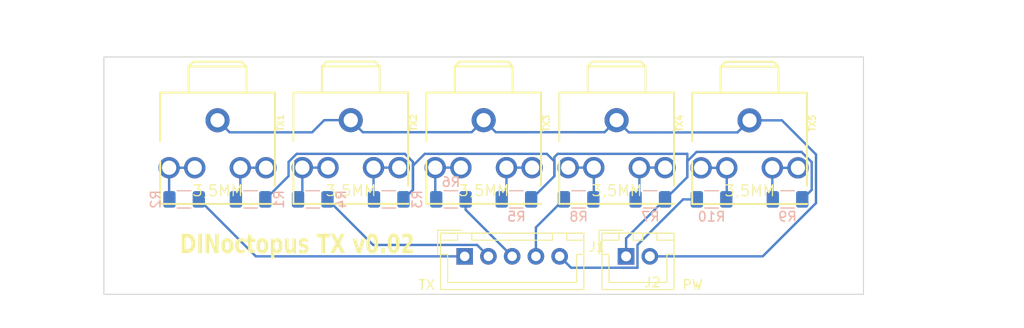
<source format=kicad_pcb>
(kicad_pcb (version 20221018) (generator pcbnew)
  (layers (0 "F.Cu" signal) (31 "B.Cu" signal) (34 "B.Paste" user) (35 "F.Paste" user) (36 "B.SilkS" user "B.Silkscreen") (37 "F.SilkS" user "F.Silkscreen") (38 "B.Mask" user) (39 "F.Mask" user) (44 "Edge.Cuts" user))
  (net 0 "")
  (net 1 "Net-(R3-Pad1)")
  (net 2 "+3V3")
  (net 3 "Net-(R5-Pad1)")
  (net 4 "Net-(R7-Pad1)")
  (net 5 "Net-(R9-Pad1)")
  (net 6 "GND")
  (net 7 "/TX1/TX")
  (net 8 "/TX2/TX")
  (net 9 "/TX3/TX")
  (net 10 "/TX4/TX")
  (net 11 "/TX5/TX")
  (net 12 "Net-(R1-Pad1)")
  (net 13 "Net-(R2-Pad2)")
  (net 14 "Net-(R4-Pad2)")
  (net 15 "Net-(R6-Pad2)")
  (net 16 "Net-(R8-Pad2)")
  (net 17 "Net-(R10-Pad2)")
  (footprint "MountingHole:MountingHole_2.5mm" (layer "F.Cu") (at 125 37)
    (fp_text reference "REF**" hide)
    (fp_text value "MountingHole_2.5mm" hide)
    (pad "" np_thru_hole circle (at 0 0) (size 2.5 2.5) (drill 2.5) (layers "*.Cu" "*.Mask"))
  )
  (footprint "Adafruit MIDI FeatherWing:STX3100" (layer "F.Cu") (at 134.070261 22.967645 -90)
    (fp_text reference "TX1" (at 1.985 -6.929739 90) (layer "F.SilkS") (effects (font (size 0.666496 0.666496) (thickness 0.146304)) (justify right bottom)))
    (fp_text value "AUDIO_STEREOJACK")
    (fp_text user "3,5MM" (at 10.79 2.831) (layer "F.SilkS") (effects (font (size 1.143 1.143) (thickness 0.127)) (justify left bottom)))
    (fp_line (start -3.468 2.64) (end -3.468 -2.44) (stroke (width 0.2032)) (layer "F.SilkS"))
    (fp_line (start -2.96 -2.948) (end -3.468 -2.44) (stroke (width 0.2032)) (layer "F.SilkS"))
    (fp_line (start -2.96 3.148) (end -3.468 2.64) (stroke (width 0.2032)) (layer "F.SilkS"))
    (fp_line (start -2.96 3.148) (end -2.96 -2.948) (stroke (width 0.2032)) (layer "F.SilkS"))
    (fp_line (start -2.96 3.148) (end -0.212 3.148) (stroke (width 0.2032)) (layer "F.SilkS"))
    (fp_line (start -0.212 -2.948) (end -2.96 -2.948) (stroke (width 0.2032)) (layer "F.SilkS"))
    (fp_line (start -0.212 -2.948) (end -0.212 -5.942) (stroke (width 0.2032)) (layer "F.SilkS"))
    (fp_line (start -0.212 3.148) (end -0.212 -2.948) (stroke (width 0.2032)) (layer "F.SilkS"))
    (fp_line (start -0.212 6.142) (end -0.212 3.148) (stroke (width 0.2032)) (layer "F.SilkS"))
    (fp_line (start -0.212 6.142) (end 4.906 6.142) (stroke (width 0.2032)) (layer "F.SilkS"))
    (fp_line (start 7.065 6.142) (end 11.512 6.142) (stroke (width 0.2032)) (layer "F.SilkS"))
    (fp_line (start 9.605 -5.942) (end -0.212 -5.942) (stroke (width 0.2032)) (layer "F.SilkS"))
    (fp_line (start 11.512 -5.942) (end 11.51 -5.942) (stroke (width 0.2032)) (layer "F.SilkS"))
    (fp_line (start 11.512 -5.942) (end 11.512 6.142) (stroke (width 0.2032)) (layer "F.SilkS"))
    (pad "" np_thru_hole circle (at 2.7 -4.9 270) (size 1.5 1.5) (drill 1.5) (layers "*.Cu" "*.Mask"))
    (pad "" np_thru_hole circle (at 2.7 5.1 270) (size 1.5 1.5) (drill 1.5) (layers "*.Cu" "*.Mask"))
    (pad "" np_thru_hole circle (at 7.7 0.1 270) (size 1.5 1.5) (drill 1.5) (layers "*.Cu" "*.Mask"))
    (pad "1" thru_hole circle (at 2.7 0.1 270) (size 2.54 2.54) (drill 1.5) (layers "*.Cu" "*.Mask") (net 6 "GND"))
    (pad "2" thru_hole circle (at 7.7 -5 270) (size 2.25 2.25) (drill 1.5) (layers "*.Cu" "*.Mask") (net 12 "Net-(R1-Pad1)"))
    (pad "3" thru_hole circle (at 7.7 -2.3 270) (size 2.25 2.25) (drill 1.5) (layers "*.Cu" "*.Mask") (net 12 "Net-(R1-Pad1)"))
    (pad "4" thru_hole circle (at 7.7 2.5 270) (size 2.25 2.25) (drill 1.5) (layers "*.Cu" "*.Mask") (net 13 "Net-(R2-Pad2)"))
    (pad "5" thru_hole circle (at 7.7 5.2 270) (size 2.25 2.25) (drill 1.5) (layers "*.Cu" "*.Mask") (net 13 "Net-(R2-Pad2)"))
  )
  (footprint "Adafruit MIDI FeatherWing:STX3100" (layer "F.Cu") (at 190.1 22.978 -90)
    (fp_text reference "TX5" (at 2.022 -6.9 90) (layer "F.SilkS") (effects (font (size 0.666496 0.666496) (thickness 0.146304)) (justify right bottom)))
    (fp_text value "AUDIO_STEREOJACK")
    (fp_text user "3,5MM" (at 10.79 2.831) (layer "F.SilkS") (effects (font (size 1.143 1.143) (thickness 0.127)) (justify left bottom)))
    (fp_line (start -3.468 2.64) (end -3.468 -2.44) (stroke (width 0.2032)) (layer "F.SilkS"))
    (fp_line (start -2.96 -2.948) (end -3.468 -2.44) (stroke (width 0.2032)) (layer "F.SilkS"))
    (fp_line (start -2.96 3.148) (end -3.468 2.64) (stroke (width 0.2032)) (layer "F.SilkS"))
    (fp_line (start -2.96 3.148) (end -2.96 -2.948) (stroke (width 0.2032)) (layer "F.SilkS"))
    (fp_line (start -2.96 3.148) (end -0.212 3.148) (stroke (width 0.2032)) (layer "F.SilkS"))
    (fp_line (start -0.212 -2.948) (end -2.96 -2.948) (stroke (width 0.2032)) (layer "F.SilkS"))
    (fp_line (start -0.212 -2.948) (end -0.212 -5.942) (stroke (width 0.2032)) (layer "F.SilkS"))
    (fp_line (start -0.212 3.148) (end -0.212 -2.948) (stroke (width 0.2032)) (layer "F.SilkS"))
    (fp_line (start -0.212 6.142) (end -0.212 3.148) (stroke (width 0.2032)) (layer "F.SilkS"))
    (fp_line (start -0.212 6.142) (end 4.906 6.142) (stroke (width 0.2032)) (layer "F.SilkS"))
    (fp_line (start 7.065 6.142) (end 11.512 6.142) (stroke (width 0.2032)) (layer "F.SilkS"))
    (fp_line (start 9.605 -5.942) (end -0.212 -5.942) (stroke (width 0.2032)) (layer "F.SilkS"))
    (fp_line (start 11.512 -5.942) (end 11.51 -5.942) (stroke (width 0.2032)) (layer "F.SilkS"))
    (fp_line (start 11.512 -5.942) (end 11.512 6.142) (stroke (width 0.2032)) (layer "F.SilkS"))
    (pad "" np_thru_hole circle (at 2.7 -4.9 270) (size 1.5 1.5) (drill 1.5) (layers "*.Cu" "*.Mask"))
    (pad "" np_thru_hole circle (at 2.7 5.1 270) (size 1.5 1.5) (drill 1.5) (layers "*.Cu" "*.Mask"))
    (pad "" np_thru_hole circle (at 7.7 0.1 270) (size 1.5 1.5) (drill 1.5) (layers "*.Cu" "*.Mask"))
    (pad "1" thru_hole circle (at 2.7 0.1 270) (size 2.54 2.54) (drill 1.5) (layers "*.Cu" "*.Mask") (net 6 "GND"))
    (pad "2" thru_hole circle (at 7.7 -5 270) (size 2.25 2.25) (drill 1.5) (layers "*.Cu" "*.Mask") (net 5 "Net-(R9-Pad1)"))
    (pad "3" thru_hole circle (at 7.7 -2.3 270) (size 2.25 2.25) (drill 1.5) (layers "*.Cu" "*.Mask") (net 5 "Net-(R9-Pad1)"))
    (pad "4" thru_hole circle (at 7.7 2.5 270) (size 2.25 2.25) (drill 1.5) (layers "*.Cu" "*.Mask") (net 17 "Net-(R10-Pad2)"))
    (pad "5" thru_hole circle (at 7.7 5.2 270) (size 2.25 2.25) (drill 1.5) (layers "*.Cu" "*.Mask") (net 17 "Net-(R10-Pad2)"))
  )
  (footprint "Connectors_JST:JST_XH_B02B-XH-A_02x2.50mm_Straight" (layer "F.Cu") (at 177 40)
    (fp_text reference "J2" (at 2.775 2.75) (layer "F.SilkS"))
    (fp_text value "PW" (at 7 3) (layer "F.SilkS"))
    (fp_line (start -2.85 -2.75) (end -2.85 -0.25) (stroke (width 0.12)) (layer "F.SilkS"))
    (fp_line (start -2.55 -2.45) (end -2.55 -1.7) (stroke (width 0.12)) (layer "F.SilkS"))
    (fp_line (start -2.55 -2.45) (end -2.55 3.5) (stroke (width 0.12)) (layer "F.SilkS"))
    (fp_line (start -2.55 -1.7) (end -0.75 -1.7) (stroke (width 0.12)) (layer "F.SilkS"))
    (fp_line (start -2.55 -0.2) (end -1.8 -0.2) (stroke (width 0.12)) (layer "F.SilkS"))
    (fp_line (start -2.55 3.5) (end 5.05 3.5) (stroke (width 0.12)) (layer "F.SilkS"))
    (fp_line (start -1.8 -0.2) (end -1.8 2.75) (stroke (width 0.12)) (layer "F.SilkS"))
    (fp_line (start -1.8 2.75) (end 1.25 2.75) (stroke (width 0.12)) (layer "F.SilkS"))
    (fp_line (start -0.75 -2.45) (end -2.55 -2.45) (stroke (width 0.12)) (layer "F.SilkS"))
    (fp_line (start -0.75 -1.7) (end -0.75 -2.45) (stroke (width 0.12)) (layer "F.SilkS"))
    (fp_line (start -0.35 -2.75) (end -2.85 -2.75) (stroke (width 0.12)) (layer "F.SilkS"))
    (fp_line (start 0.75 -2.45) (end 0.75 -1.7) (stroke (width 0.12)) (layer "F.SilkS"))
    (fp_line (start 0.75 -1.7) (end 1.75 -1.7) (stroke (width 0.12)) (layer "F.SilkS"))
    (fp_line (start 1.75 -2.45) (end 0.75 -2.45) (stroke (width 0.12)) (layer "F.SilkS"))
    (fp_line (start 1.75 -1.7) (end 1.75 -2.45) (stroke (width 0.12)) (layer "F.SilkS"))
    (fp_line (start 3.25 -2.45) (end 3.25 -1.7) (stroke (width 0.12)) (layer "F.SilkS"))
    (fp_line (start 3.25 -1.7) (end 5.05 -1.7) (stroke (width 0.12)) (layer "F.SilkS"))
    (fp_line (start 4.3 -0.2) (end 4.3 2.75) (stroke (width 0.12)) (layer "F.SilkS"))
    (fp_line (start 4.3 2.75) (end 1.25 2.75) (stroke (width 0.12)) (layer "F.SilkS"))
    (fp_line (start 5.05 -2.45) (end -2.55 -2.45) (stroke (width 0.12)) (layer "F.SilkS"))
    (fp_line (start 5.05 -2.45) (end 3.25 -2.45) (stroke (width 0.12)) (layer "F.SilkS"))
    (fp_line (start 5.05 -1.7) (end 5.05 -2.45) (stroke (width 0.12)) (layer "F.SilkS"))
    (fp_line (start 5.05 -0.2) (end 4.3 -0.2) (stroke (width 0.12)) (layer "F.SilkS"))
    (fp_line (start 5.05 3.5) (end 5.05 -2.45) (stroke (width 0.12)) (layer "F.SilkS"))
    (pad "1" thru_hole rect (at 0 0) (size 1.75 1.75) (drill 1.05) (layers "*.Cu" "*.Mask") (net 2 "+3V3"))
    (pad "2" thru_hole circle (at 2.5 0) (size 1.75 1.75) (drill 1.05) (layers "*.Cu" "*.Mask") (net 6 "GND"))
  )
  (footprint "Adafruit MIDI FeatherWing:STX3100" (layer "F.Cu") (at 176.1 22.956177 -90)
    (fp_text reference "TX4" (at 2.043823 -6.9 90) (layer "F.SilkS") (effects (font (size 0.666496 0.666496) (thickness 0.146304)) (justify right bottom)))
    (fp_text value "AUDIO_STEREOJACK")
    (fp_text user "3,5MM" (at 10.79 2.831) (layer "F.SilkS") (effects (font (size 1.143 1.143) (thickness 0.127)) (justify left bottom)))
    (fp_line (start -3.468 2.64) (end -3.468 -2.44) (stroke (width 0.2032)) (layer "F.SilkS"))
    (fp_line (start -2.96 -2.948) (end -3.468 -2.44) (stroke (width 0.2032)) (layer "F.SilkS"))
    (fp_line (start -2.96 3.148) (end -3.468 2.64) (stroke (width 0.2032)) (layer "F.SilkS"))
    (fp_line (start -2.96 3.148) (end -2.96 -2.948) (stroke (width 0.2032)) (layer "F.SilkS"))
    (fp_line (start -2.96 3.148) (end -0.212 3.148) (stroke (width 0.2032)) (layer "F.SilkS"))
    (fp_line (start -0.212 -2.948) (end -2.96 -2.948) (stroke (width 0.2032)) (layer "F.SilkS"))
    (fp_line (start -0.212 -2.948) (end -0.212 -5.942) (stroke (width 0.2032)) (layer "F.SilkS"))
    (fp_line (start -0.212 3.148) (end -0.212 -2.948) (stroke (width 0.2032)) (layer "F.SilkS"))
    (fp_line (start -0.212 6.142) (end -0.212 3.148) (stroke (width 0.2032)) (layer "F.SilkS"))
    (fp_line (start -0.212 6.142) (end 4.906 6.142) (stroke (width 0.2032)) (layer "F.SilkS"))
    (fp_line (start 7.065 6.142) (end 11.512 6.142) (stroke (width 0.2032)) (layer "F.SilkS"))
    (fp_line (start 9.605 -5.942) (end -0.212 -5.942) (stroke (width 0.2032)) (layer "F.SilkS"))
    (fp_line (start 11.512 -5.942) (end 11.51 -5.942) (stroke (width 0.2032)) (layer "F.SilkS"))
    (fp_line (start 11.512 -5.942) (end 11.512 6.142) (stroke (width 0.2032)) (layer "F.SilkS"))
    (pad "" np_thru_hole circle (at 2.7 -4.9 270) (size 1.5 1.5) (drill 1.5) (layers "*.Cu" "*.Mask"))
    (pad "" np_thru_hole circle (at 2.7 5.1 270) (size 1.5 1.5) (drill 1.5) (layers "*.Cu" "*.Mask"))
    (pad "" np_thru_hole circle (at 7.7 0.1 270) (size 1.5 1.5) (drill 1.5) (layers "*.Cu" "*.Mask"))
    (pad "1" thru_hole circle (at 2.7 0.1 270) (size 2.54 2.54) (drill 1.5) (layers "*.Cu" "*.Mask") (net 6 "GND"))
    (pad "2" thru_hole circle (at 7.7 -5 270) (size 2.25 2.25) (drill 1.5) (layers "*.Cu" "*.Mask") (net 4 "Net-(R7-Pad1)"))
    (pad "3" thru_hole circle (at 7.7 -2.3 270) (size 2.25 2.25) (drill 1.5) (layers "*.Cu" "*.Mask") (net 4 "Net-(R7-Pad1)"))
    (pad "4" thru_hole circle (at 7.7 2.5 270) (size 2.25 2.25) (drill 1.5) (layers "*.Cu" "*.Mask") (net 16 "Net-(R8-Pad2)"))
    (pad "5" thru_hole circle (at 7.7 5.2 270) (size 2.25 2.25) (drill 1.5) (layers "*.Cu" "*.Mask") (net 16 "Net-(R8-Pad2)"))
  )
  (footprint "Connectors_JST:JST_XH_B05B-XH-A_05x2.50mm_Straight" (layer "F.Cu") (at 160 40)
    (fp_text reference "J1" (at 13.920143 -0.992399) (layer "F.SilkS"))
    (fp_text value "TX" (at -4 3) (layer "F.SilkS"))
    (fp_line (start -2.85 -2.75) (end -2.85 -0.25) (stroke (width 0.12)) (layer "F.SilkS"))
    (fp_line (start -2.55 -2.45) (end -2.55 -1.7) (stroke (width 0.12)) (layer "F.SilkS"))
    (fp_line (start -2.55 -2.45) (end -2.55 3.5) (stroke (width 0.12)) (layer "F.SilkS"))
    (fp_line (start -2.55 -1.7) (end -0.75 -1.7) (stroke (width 0.12)) (layer "F.SilkS"))
    (fp_line (start -2.55 -0.2) (end -1.8 -0.2) (stroke (width 0.12)) (layer "F.SilkS"))
    (fp_line (start -2.55 3.5) (end 12.55 3.5) (stroke (width 0.12)) (layer "F.SilkS"))
    (fp_line (start -1.8 -0.2) (end -1.8 2.75) (stroke (width 0.12)) (layer "F.SilkS"))
    (fp_line (start -1.8 2.75) (end 5 2.75) (stroke (width 0.12)) (layer "F.SilkS"))
    (fp_line (start -0.75 -2.45) (end -2.55 -2.45) (stroke (width 0.12)) (layer "F.SilkS"))
    (fp_line (start -0.75 -1.7) (end -0.75 -2.45) (stroke (width 0.12)) (layer "F.SilkS"))
    (fp_line (start -0.35 -2.75) (end -2.85 -2.75) (stroke (width 0.12)) (layer "F.SilkS"))
    (fp_line (start 0.75 -2.45) (end 0.75 -1.7) (stroke (width 0.12)) (layer "F.SilkS"))
    (fp_line (start 0.75 -1.7) (end 9.25 -1.7) (stroke (width 0.12)) (layer "F.SilkS"))
    (fp_line (start 9.25 -2.45) (end 0.75 -2.45) (stroke (width 0.12)) (layer "F.SilkS"))
    (fp_line (start 9.25 -1.7) (end 9.25 -2.45) (stroke (width 0.12)) (layer "F.SilkS"))
    (fp_line (start 10.75 -2.45) (end 10.75 -1.7) (stroke (width 0.12)) (layer "F.SilkS"))
    (fp_line (start 10.75 -1.7) (end 12.55 -1.7) (stroke (width 0.12)) (layer "F.SilkS"))
    (fp_line (start 11.8 -0.2) (end 11.8 2.75) (stroke (width 0.12)) (layer "F.SilkS"))
    (fp_line (start 11.8 2.75) (end 5 2.75) (stroke (width 0.12)) (layer "F.SilkS"))
    (fp_line (start 12.55 -2.45) (end -2.55 -2.45) (stroke (width 0.12)) (layer "F.SilkS"))
    (fp_line (start 12.55 -2.45) (end 10.75 -2.45) (stroke (width 0.12)) (layer "F.SilkS"))
    (fp_line (start 12.55 -1.7) (end 12.55 -2.45) (stroke (width 0.12)) (layer "F.SilkS"))
    (fp_line (start 12.55 -0.2) (end 11.8 -0.2) (stroke (width 0.12)) (layer "F.SilkS"))
    (fp_line (start 12.55 3.5) (end 12.55 -2.45) (stroke (width 0.12)) (layer "F.SilkS"))
    (pad "1" thru_hole rect (at 0 0) (size 1.75 1.75) (drill 1) (layers "*.Cu" "*.Mask") (net 7 "/TX1/TX"))
    (pad "2" thru_hole circle (at 2.5 0) (size 1.75 1.75) (drill 1) (layers "*.Cu" "*.Mask") (net 8 "/TX2/TX"))
    (pad "3" thru_hole circle (at 5 0) (size 1.75 1.75) (drill 1) (layers "*.Cu" "*.Mask") (net 9 "/TX3/TX"))
    (pad "4" thru_hole circle (at 7.5 0) (size 1.75 1.75) (drill 1) (layers "*.Cu" "*.Mask") (net 10 "/TX4/TX"))
    (pad "5" thru_hole circle (at 10 0) (size 1.75 1.75) (drill 1) (layers "*.Cu" "*.Mask") (net 11 "/TX5/TX"))
  )
  (footprint "Adafruit MIDI FeatherWing:STX3100" (layer "F.Cu") (at 148.1 22.956177 -90)
    (fp_text reference "TX2" (at 1.985 -6.9 90) (layer "F.SilkS") (effects (font (size 0.666496 0.666496) (thickness 0.146304)) (justify right bottom)))
    (fp_text value "AUDIO_STEREOJACK")
    (fp_text user "3,5MM" (at 10.79 2.831) (layer "F.SilkS") (effects (font (size 1.143 1.143) (thickness 0.127)) (justify left bottom)))
    (fp_line (start -3.468 2.64) (end -3.468 -2.44) (stroke (width 0.2032)) (layer "F.SilkS"))
    (fp_line (start -2.96 -2.948) (end -3.468 -2.44) (stroke (width 0.2032)) (layer "F.SilkS"))
    (fp_line (start -2.96 3.148) (end -3.468 2.64) (stroke (width 0.2032)) (layer "F.SilkS"))
    (fp_line (start -2.96 3.148) (end -2.96 -2.948) (stroke (width 0.2032)) (layer "F.SilkS"))
    (fp_line (start -2.96 3.148) (end -0.212 3.148) (stroke (width 0.2032)) (layer "F.SilkS"))
    (fp_line (start -0.212 -2.948) (end -2.96 -2.948) (stroke (width 0.2032)) (layer "F.SilkS"))
    (fp_line (start -0.212 -2.948) (end -0.212 -5.942) (stroke (width 0.2032)) (layer "F.SilkS"))
    (fp_line (start -0.212 3.148) (end -0.212 -2.948) (stroke (width 0.2032)) (layer "F.SilkS"))
    (fp_line (start -0.212 6.142) (end -0.212 3.148) (stroke (width 0.2032)) (layer "F.SilkS"))
    (fp_line (start -0.212 6.142) (end 4.906 6.142) (stroke (width 0.2032)) (layer "F.SilkS"))
    (fp_line (start 7.065 6.142) (end 11.512 6.142) (stroke (width 0.2032)) (layer "F.SilkS"))
    (fp_line (start 9.605 -5.942) (end -0.212 -5.942) (stroke (width 0.2032)) (layer "F.SilkS"))
    (fp_line (start 11.512 -5.942) (end 11.51 -5.942) (stroke (width 0.2032)) (layer "F.SilkS"))
    (fp_line (start 11.512 -5.942) (end 11.512 6.142) (stroke (width 0.2032)) (layer "F.SilkS"))
    (pad "" np_thru_hole circle (at 2.7 -4.9 270) (size 1.5 1.5) (drill 1.5) (layers "*.Cu" "*.Mask"))
    (pad "" np_thru_hole circle (at 2.7 5.1 270) (size 1.5 1.5) (drill 1.5) (layers "*.Cu" "*.Mask"))
    (pad "" np_thru_hole circle (at 7.7 0.1 270) (size 1.5 1.5) (drill 1.5) (layers "*.Cu" "*.Mask"))
    (pad "1" thru_hole circle (at 2.7 0.1 270) (size 2.54 2.54) (drill 1.5) (layers "*.Cu" "*.Mask") (net 6 "GND"))
    (pad "2" thru_hole circle (at 7.7 -5 270) (size 2.25 2.25) (drill 1.5) (layers "*.Cu" "*.Mask") (net 1 "Net-(R3-Pad1)"))
    (pad "3" thru_hole circle (at 7.7 -2.3 270) (size 2.25 2.25) (drill 1.5) (layers "*.Cu" "*.Mask") (net 1 "Net-(R3-Pad1)"))
    (pad "4" thru_hole circle (at 7.7 2.5 270) (size 2.25 2.25) (drill 1.5) (layers "*.Cu" "*.Mask") (net 14 "Net-(R4-Pad2)"))
    (pad "5" thru_hole circle (at 7.7 5.2 270) (size 2.25 2.25) (drill 1.5) (layers "*.Cu" "*.Mask") (net 14 "Net-(R4-Pad2)"))
  )
  (footprint "MountingHole:MountingHole_2.5mm" (layer "F.Cu") (at 125 22)
    (fp_text reference "REF**" hide)
    (fp_text value "MountingHole_2.5mm" hide)
    (pad "" np_thru_hole circle (at 0 0) (size 2.5 2.5) (drill 2.5) (layers "*.Cu" "*.Mask"))
  )
  (footprint "Adafruit MIDI FeatherWing:STX3100" (layer "F.Cu") (at 162.1 22.956177 -90)
    (fp_text reference "TX3" (at 2.043823 -6.9 90) (layer "F.SilkS") (effects (font (size 0.666496 0.666496) (thickness 0.146304)) (justify right bottom)))
    (fp_text value "AUDIO_STEREOJACK")
    (fp_text user "3,5MM" (at 10.79 2.831) (layer "F.SilkS") (effects (font (size 1.143 1.143) (thickness 0.127)) (justify left bottom)))
    (fp_line (start -3.468 2.64) (end -3.468 -2.44) (stroke (width 0.2032)) (layer "F.SilkS"))
    (fp_line (start -2.96 -2.948) (end -3.468 -2.44) (stroke (width 0.2032)) (layer "F.SilkS"))
    (fp_line (start -2.96 3.148) (end -3.468 2.64) (stroke (width 0.2032)) (layer "F.SilkS"))
    (fp_line (start -2.96 3.148) (end -2.96 -2.948) (stroke (width 0.2032)) (layer "F.SilkS"))
    (fp_line (start -2.96 3.148) (end -0.212 3.148) (stroke (width 0.2032)) (layer "F.SilkS"))
    (fp_line (start -0.212 -2.948) (end -2.96 -2.948) (stroke (width 0.2032)) (layer "F.SilkS"))
    (fp_line (start -0.212 -2.948) (end -0.212 -5.942) (stroke (width 0.2032)) (layer "F.SilkS"))
    (fp_line (start -0.212 3.148) (end -0.212 -2.948) (stroke (width 0.2032)) (layer "F.SilkS"))
    (fp_line (start -0.212 6.142) (end -0.212 3.148) (stroke (width 0.2032)) (layer "F.SilkS"))
    (fp_line (start -0.212 6.142) (end 4.906 6.142) (stroke (width 0.2032)) (layer "F.SilkS"))
    (fp_line (start 7.065 6.142) (end 11.512 6.142) (stroke (width 0.2032)) (layer "F.SilkS"))
    (fp_line (start 9.605 -5.942) (end -0.212 -5.942) (stroke (width 0.2032)) (layer "F.SilkS"))
    (fp_line (start 11.512 -5.942) (end 11.51 -5.942) (stroke (width 0.2032)) (layer "F.SilkS"))
    (fp_line (start 11.512 -5.942) (end 11.512 6.142) (stroke (width 0.2032)) (layer "F.SilkS"))
    (pad "" np_thru_hole circle (at 2.7 -4.9 270) (size 1.5 1.5) (drill 1.5) (layers "*.Cu" "*.Mask"))
    (pad "" np_thru_hole circle (at 2.7 5.1 270) (size 1.5 1.5) (drill 1.5) (layers "*.Cu" "*.Mask"))
    (pad "" np_thru_hole circle (at 7.7 0.1 270) (size 1.5 1.5) (drill 1.5) (layers "*.Cu" "*.Mask"))
    (pad "1" thru_hole circle (at 2.7 0.1 270) (size 2.54 2.54) (drill 1.5) (layers "*.Cu" "*.Mask") (net 6 "GND"))
    (pad "2" thru_hole circle (at 7.7 -5 270) (size 2.25 2.25) (drill 1.5) (layers "*.Cu" "*.Mask") (net 3 "Net-(R5-Pad1)"))
    (pad "3" thru_hole circle (at 7.7 -2.3 270) (size 2.25 2.25) (drill 1.5) (layers "*.Cu" "*.Mask") (net 3 "Net-(R5-Pad1)"))
    (pad "4" thru_hole circle (at 7.7 2.5 270) (size 2.25 2.25) (drill 1.5) (layers "*.Cu" "*.Mask") (net 15 "Net-(R6-Pad2)"))
    (pad "5" thru_hole circle (at 7.7 5.2 270) (size 2.25 2.25) (drill 1.5) (layers "*.Cu" "*.Mask") (net 15 "Net-(R6-Pad2)"))
  )
  (footprint "MountingHole:MountingHole_2.5mm" (layer "F.Cu") (at 199 37)
    (fp_text reference "REF**" hide)
    (fp_text value "MountingHole_2.5mm" hide)
    (pad "" np_thru_hole circle (at 0 0) (size 2.5 2.5) (drill 2.5) (layers "*.Cu" "*.Mask"))
  )
  (footprint "MountingHole:MountingHole_2.5mm" (layer "F.Cu") (at 199 22)
    (fp_text reference "REF**" hide)
    (fp_text value "MountingHole_2.5mm" hide)
    (pad "" np_thru_hole circle (at 0 0) (size 2.5 2.5) (drill 2.5) (layers "*.Cu" "*.Mask"))
  )
  (footprint "Resistor_SMD:R_1206_3216Metric_Pad1.30x1.75mm_HandSolder" (layer "B.Cu") (at 194 34)
    (fp_text reference "R9" (at 0 1.82) (layer "B.SilkS") (effects (justify mirror)))
    (fp_text value "33")
    (fp_line (start -0.727064 -0.91) (end 0.727064 -0.91) (stroke (width 0.12)) (layer "B.SilkS"))
    (fp_line (start -0.727064 0.91) (end 0.727064 0.91) (stroke (width 0.12)) (layer "B.SilkS"))
    (pad "1" smd roundrect (at -1.55 0) (size 1.3 1.75) (layers "B.Cu" "B.Paste" "B.Mask") (roundrect_rratio 0.192308) (net 5 "Net-(R9-Pad1)"))
    (pad "2" smd roundrect (at 1.55 0) (size 1.3 1.75) (layers "B.Cu" "B.Paste" "B.Mask") (roundrect_rratio 0.192308) (net 2 "+3V3"))
  )
  (footprint "Resistor_SMD:R_1206_3216Metric_Pad1.30x1.75mm_HandSolder" (layer "B.Cu") (at 144 34 180)
    (fp_text reference "R4" (at -3 0 90) (layer "B.SilkS") (effects (justify mirror)))
    (fp_text value "10")
    (fp_line (start -0.727064 -0.91) (end 0.727064 -0.91) (stroke (width 0.12)) (layer "B.SilkS"))
    (fp_line (start -0.727064 0.91) (end 0.727064 0.91) (stroke (width 0.12)) (layer "B.SilkS"))
    (pad "1" smd roundrect (at -1.55 0 180) (size 1.3 1.75) (layers "B.Cu" "B.Paste" "B.Mask") (roundrect_rratio 0.192308) (net 8 "/TX2/TX"))
    (pad "2" smd roundrect (at 1.55 0 180) (size 1.3 1.75) (layers "B.Cu" "B.Paste" "B.Mask") (roundrect_rratio 0.192308) (net 14 "Net-(R4-Pad2)"))
  )
  (footprint "Resistor_SMD:R_1206_3216Metric_Pad1.30x1.75mm_HandSolder" (layer "B.Cu") (at 172 34)
    (fp_text reference "R8" (at 0 1.82) (layer "B.SilkS") (effects (justify mirror)))
    (fp_text value "10")
    (fp_line (start -0.727064 -0.91) (end 0.727064 -0.91) (stroke (width 0.12)) (layer "B.SilkS"))
    (fp_line (start -0.727064 0.91) (end 0.727064 0.91) (stroke (width 0.12)) (layer "B.SilkS"))
    (pad "1" smd roundrect (at -1.55 0) (size 1.3 1.75) (layers "B.Cu" "B.Paste" "B.Mask") (roundrect_rratio 0.192308) (net 10 "/TX4/TX"))
    (pad "2" smd roundrect (at 1.55 0) (size 1.3 1.75) (layers "B.Cu" "B.Paste" "B.Mask") (roundrect_rratio 0.192308) (net 16 "Net-(R8-Pad2)"))
  )
  (footprint "Resistor_SMD:R_1206_3216Metric_Pad1.30x1.75mm_HandSolder" (layer "B.Cu") (at 137.45 34)
    (fp_text reference "R1" (at 3 0 90) (layer "B.SilkS") (effects (justify mirror)))
    (fp_text value "33")
    (fp_line (start -0.727064 -0.91) (end 0.727064 -0.91) (stroke (width 0.12)) (layer "B.SilkS"))
    (fp_line (start -0.727064 0.91) (end 0.727064 0.91) (stroke (width 0.12)) (layer "B.SilkS"))
    (pad "1" smd roundrect (at -1.55 0) (size 1.3 1.75) (layers "B.Cu" "B.Paste" "B.Mask") (roundrect_rratio 0.192308) (net 12 "Net-(R1-Pad1)"))
    (pad "2" smd roundrect (at 1.55 0) (size 1.3 1.75) (layers "B.Cu" "B.Paste" "B.Mask") (roundrect_rratio 0.192308) (net 2 "+3V3"))
  )
  (footprint "Resistor_SMD:R_1206_3216Metric_Pad1.30x1.75mm_HandSolder" (layer "B.Cu") (at 165.45 34)
    (fp_text reference "R5" (at 0 1.82) (layer "B.SilkS") (effects (justify mirror)))
    (fp_text value "33")
    (fp_line (start -0.727064 -0.91) (end 0.727064 -0.91) (stroke (width 0.12)) (layer "B.SilkS"))
    (fp_line (start -0.727064 0.91) (end 0.727064 0.91) (stroke (width 0.12)) (layer "B.SilkS"))
    (pad "1" smd roundrect (at -1.55 0) (size 1.3 1.75) (layers "B.Cu" "B.Paste" "B.Mask") (roundrect_rratio 0.192308) (net 3 "Net-(R5-Pad1)"))
    (pad "2" smd roundrect (at 1.55 0) (size 1.3 1.75) (layers "B.Cu" "B.Paste" "B.Mask") (roundrect_rratio 0.192308) (net 2 "+3V3"))
  )
  (footprint "Resistor_SMD:R_1206_3216Metric_Pad1.30x1.75mm_HandSolder" (layer "B.Cu") (at 130.45 34 180)
    (fp_text reference "R2" (at 3 0 90) (layer "B.SilkS") (effects (justify mirror)))
    (fp_text value "10")
    (fp_line (start -0.727064 -0.91) (end 0.727064 -0.91) (stroke (width 0.12)) (layer "B.SilkS"))
    (fp_line (start -0.727064 0.91) (end 0.727064 0.91) (stroke (width 0.12)) (layer "B.SilkS"))
    (pad "1" smd roundrect (at -1.55 0 180) (size 1.3 1.75) (layers "B.Cu" "B.Paste" "B.Mask") (roundrect_rratio 0.192308) (net 7 "/TX1/TX"))
    (pad "2" smd roundrect (at 1.55 0 180) (size 1.3 1.75) (layers "B.Cu" "B.Paste" "B.Mask") (roundrect_rratio 0.192308) (net 13 "Net-(R2-Pad2)"))
  )
  (footprint "Resistor_SMD:R_1206_3216Metric_Pad1.30x1.75mm_HandSolder" (layer "B.Cu") (at 152 34)
    (fp_text reference "R3" (at 3 0 90) (layer "B.SilkS") (effects (justify mirror)))
    (fp_text value "33")
    (fp_line (start -0.727064 -0.91) (end 0.727064 -0.91) (stroke (width 0.12)) (layer "B.SilkS"))
    (fp_line (start -0.727064 0.91) (end 0.727064 0.91) (stroke (width 0.12)) (layer "B.SilkS"))
    (pad "1" smd roundrect (at -1.55 0) (size 1.3 1.75) (layers "B.Cu" "B.Paste" "B.Mask") (roundrect_rratio 0.192308) (net 1 "Net-(R3-Pad1)"))
    (pad "2" smd roundrect (at 1.55 0) (size 1.3 1.75) (layers "B.Cu" "B.Paste" "B.Mask") (roundrect_rratio 0.192308) (net 2 "+3V3"))
  )
  (footprint "Resistor_SMD:R_1206_3216Metric_Pad1.30x1.75mm_HandSolder" (layer "B.Cu") (at 179.55 34)
    (fp_text reference "R7" (at 0 1.82) (layer "B.SilkS") (effects (justify mirror)))
    (fp_text value "33")
    (fp_line (start -0.727064 -0.91) (end 0.727064 -0.91) (stroke (width 0.12)) (layer "B.SilkS"))
    (fp_line (start -0.727064 0.91) (end 0.727064 0.91) (stroke (width 0.12)) (layer "B.SilkS"))
    (pad "1" smd roundrect (at -1.55 0) (size 1.3 1.75) (layers "B.Cu" "B.Paste" "B.Mask") (roundrect_rratio 0.192308) (net 4 "Net-(R7-Pad1)"))
    (pad "2" smd roundrect (at 1.55 0) (size 1.3 1.75) (layers "B.Cu" "B.Paste" "B.Mask") (roundrect_rratio 0.192308) (net 2 "+3V3"))
  )
  (footprint "Resistor_SMD:R_1206_3216Metric_Pad1.30x1.75mm_HandSolder" (layer "B.Cu") (at 158.55 34 180)
    (fp_text reference "R6" (at 0 1.82) (layer "B.SilkS") (effects (justify mirror)))
    (fp_text value "10")
    (fp_line (start -0.727064 -0.91) (end 0.727064 -0.91) (stroke (width 0.12)) (layer "B.SilkS"))
    (fp_line (start -0.727064 0.91) (end 0.727064 0.91) (stroke (width 0.12)) (layer "B.SilkS"))
    (pad "1" smd roundrect (at -1.55 0 180) (size 1.3 1.75) (layers "B.Cu" "B.Paste" "B.Mask") (roundrect_rratio 0.192308) (net 9 "/TX3/TX"))
    (pad "2" smd roundrect (at 1.55 0 180) (size 1.3 1.75) (layers "B.Cu" "B.Paste" "B.Mask") (roundrect_rratio 0.192308) (net 15 "Net-(R6-Pad2)"))
  )
  (footprint "Resistor_SMD:R_1206_3216Metric_Pad1.30x1.75mm_HandSolder" (layer "B.Cu") (at 186 34)
    (fp_text reference "R10" (at 0 1.82) (layer "B.SilkS") (effects (justify mirror)))
    (fp_text value "10")
    (fp_line (start -0.727064 -0.91) (end 0.727064 -0.91) (stroke (width 0.12)) (layer "B.SilkS"))
    (fp_line (start -0.727064 0.91) (end 0.727064 0.91) (stroke (width 0.12)) (layer "B.SilkS"))
    (pad "1" smd roundrect (at -1.55 0) (size 1.3 1.75) (layers "B.Cu" "B.Paste" "B.Mask") (roundrect_rratio 0.192308) (net 11 "/TX5/TX"))
    (pad "2" smd roundrect (at 1.55 0) (size 1.3 1.75) (layers "B.Cu" "B.Paste" "B.Mask") (roundrect_rratio 0.192308) (net 17 "Net-(R10-Pad2)"))
  )
  (gr_rect (start 122 19) (end 202 44) (stroke (width 0.1)) (fill none) (layer "Edge.Cuts"))
  (gr_text "DINoctopus TX v0.02" (at 130 40) (layer "F.SilkS") (effects (font (size 2 1.5)) (justify left bottom)))
  (segment (start 150.4 33.95) (end 150.45 34) (width 0.25) (layer "B.Cu") (net 1))
  (segment (start 153.1 30.656177) (end 150.4 30.656177) (width 0.25) (layer "B.Cu") (net 1))
  (segment (start 150.4 30.656177) (end 150.4 33.95) (width 0.25) (layer "B.Cu") (net 1))
  (segment (start 177 40) (end 177 38.1) (width 0.25) (layer "B.Cu") (net 2))
  (segment (start 169.45 30) (end 169.45 31.55) (width 0.25) (layer "B.Cu") (net 2))
  (segment (start 195.47261 29) (end 196.55 30.07739) (width 0.25) (layer "B.Cu") (net 2))
  (segment (start 169.793823 29.206177) (end 183.45 29.206177) (width 0.25) (layer "B.Cu") (net 2))
  (segment (start 167 34) (end 169.45 31.55) (width 0.25) (layer "B.Cu") (net 2))
  (segment (start 168.656177 29.206177) (end 169.45 30) (width 0.25) (layer "B.Cu") (net 2))
  (segment (start 169.45 31.55) (end 169.45 29.55) (width 0.25) (layer "B.Cu") (net 2))
  (segment (start 183.45 29.972329) (end 184.422329 29) (width 0.25) (layer "B.Cu") (net 2))
  (segment (start 154.55 30.055567) (end 154.55 33) (width 0.25) (layer "B.Cu") (net 2))
  (segment (start 139 34) (end 141.45 31.55) (width 0.25) (layer "B.Cu") (net 2))
  (segment (start 196.55 30.07739) (end 196.55 33) (width 0.25) (layer "B.Cu") (net 2))
  (segment (start 177 38.1) (end 181.1 34) (width 0.25) (layer "B.Cu") (net 2))
  (segment (start 141.45 30.055567) (end 142.29939 29.206177) (width 0.25) (layer "B.Cu") (net 2))
  (segment (start 183.45 31.65) (end 183.45 29.972329) (width 0.25) (layer "B.Cu") (net 2))
  (segment (start 155.793823 29.206177) (end 168.656177 29.206177) (width 0.25) (layer "B.Cu") (net 2))
  (segment (start 169.45 29.55) (end 169.793823 29.206177) (width 0.25) (layer "B.Cu") (net 2))
  (segment (start 154.55 30.45) (end 155.793823 29.206177) (width 0.25) (layer "B.Cu") (net 2))
  (segment (start 183.45 29.206177) (end 183.45 31.65) (width 0.25) (layer "B.Cu") (net 2))
  (segment (start 154.55 33) (end 154.55 30.45) (width 0.25) (layer "B.Cu") (net 2))
  (segment (start 142.29939 29.206177) (end 153.70061 29.206177) (width 0.25) (layer "B.Cu") (net 2))
  (segment (start 196.55 33) (end 195.55 34) (width 0.25) (layer "B.Cu") (net 2))
  (segment (start 181.1 34) (end 183.45 31.65) (width 0.25) (layer "B.Cu") (net 2))
  (segment (start 153.70061 29.206177) (end 154.55 30.055567) (width 0.25) (layer "B.Cu") (net 2))
  (segment (start 141.45 31.55) (end 141.45 30.055567) (width 0.25) (layer "B.Cu") (net 2))
  (segment (start 184.422329 29) (end 195.47261 29) (width 0.25) (layer "B.Cu") (net 2))
  (segment (start 153.55 34) (end 154.55 33) (width 0.25) (layer "B.Cu") (net 2))
  (segment (start 164.4 30.656177) (end 164.4 33.5) (width 0.25) (layer "B.Cu") (net 3))
  (segment (start 164.4 33.5) (end 163.9 34) (width 0.25) (layer "B.Cu") (net 3))
  (segment (start 167.1 30.656177) (end 164.4 30.656177) (width 0.25) (layer "B.Cu") (net 3))
  (segment (start 178.4 33.6) (end 178 34) (width 0.25) (layer "B.Cu") (net 4))
  (segment (start 181.1 30.656177) (end 178.4 30.656177) (width 0.25) (layer "B.Cu") (net 4))
  (segment (start 178.4 30.656177) (end 178.4 33.6) (width 0.25) (layer "B.Cu") (net 4))
  (segment (start 192.4 33.95) (end 192.4 30.678) (width 0.25) (layer "B.Cu") (net 5))
  (segment (start 192.4 30.678) (end 195.1 30.678) (width 0.25) (layer "B.Cu") (net 5))
  (segment (start 192.45 34) (end 192.4 33.95) (width 0.25) (layer "B.Cu") (net 5))
  (segment (start 143.931526 26.937645) (end 135.240261 26.937645) (width 0.25) (layer "B.Cu") (net 6))
  (segment (start 197 34.388173) (end 197 29.26899) (width 0.25) (layer "B.Cu") (net 6))
  (segment (start 174.73 26.926177) (end 163.27 26.926177) (width 0.25) (layer "B.Cu") (net 6))
  (segment (start 177.291823 26.948) (end 176 25.656177) (width 0.25) (layer "B.Cu") (net 6))
  (segment (start 160.73 26.926177) (end 149.27 26.926177) (width 0.25) (layer "B.Cu") (net 6))
  (segment (start 188.73 26.948) (end 177.291823 26.948) (width 0.25) (layer "B.Cu") (net 6))
  (segment (start 145.212994 25.656177) (end 143.931526 26.937645) (width 0.25) (layer "B.Cu") (net 6))
  (segment (start 197 29.26899) (end 193.40901 25.678) (width 0.25) (layer "B.Cu") (net 6))
  (segment (start 179.5 40) (end 191.388173 40) (width 0.25) (layer "B.Cu") (net 6))
  (segment (start 149.27 26.926177) (end 148 25.656177) (width 0.25) (layer "B.Cu") (net 6))
  (segment (start 163.27 26.926177) (end 162 25.656177) (width 0.25) (layer "B.Cu") (net 6))
  (segment (start 135.240261 26.937645) (end 133.970261 25.667645) (width 0.25) (layer "B.Cu") (net 6))
  (segment (start 162 25.656177) (end 160.73 26.926177) (width 0.25) (layer "B.Cu") (net 6))
  (segment (start 176 25.656177) (end 174.73 26.926177) (width 0.25) (layer "B.Cu") (net 6))
  (segment (start 148 25.656177) (end 145.212994 25.656177) (width 0.25) (layer "B.Cu") (net 6))
  (segment (start 190 25.678) (end 188.73 26.948) (width 0.25) (layer "B.Cu") (net 6))
  (segment (start 193.40901 25.678) (end 190 25.678) (width 0.25) (layer "B.Cu") (net 6))
  (segment (start 191.388173 40) (end 197 34.388173) (width 0.25) (layer "B.Cu") (net 6))
  (segment (start 138 40) (end 160 40) (width 0.25) (layer "B.Cu") (net 7))
  (segment (start 132 34) (end 138 40) (width 0.25) (layer "B.Cu") (net 7))
  (segment (start 161.3 38.8) (end 162.5 40) (width 0.25) (layer "B.Cu") (net 8))
  (segment (start 150.35 38.8) (end 161.3 38.8) (width 0.25) (layer "B.Cu") (net 8))
  (segment (start 145.55 34) (end 150.35 38.8) (width 0.25) (layer "B.Cu") (net 8))
  (segment (start 160.1 35.1) (end 165 40) (width 0.25) (layer "B.Cu") (net 9))
  (segment (start 160.1 34) (end 160.1 35.1) (width 0.25) (layer "B.Cu") (net 9))
  (segment (start 170.45 34) (end 167.5 36.95) (width 0.25) (layer "B.Cu") (net 10))
  (segment (start 167.5 36.95) (end 167.5 40) (width 0.25) (layer "B.Cu") (net 10))
  (segment (start 171.2 41.2) (end 178.2 41.2) (width 0.25) (layer "B.Cu") (net 11))
  (segment (start 178.2 38.8) (end 183 34) (width 0.25) (layer "B.Cu") (net 11))
  (segment (start 170 40) (end 171.2 41.2) (width 0.25) (layer "B.Cu") (net 11))
  (segment (start 178.2 41.2) (end 178.2 38.8) (width 0.25) (layer "B.Cu") (net 11))
  (segment (start 183 34) (end 184.45 34) (width 0.25) (layer "B.Cu") (net 11))
  (segment (start 139.070261 30.667645) (end 136.370261 30.667645) (width 0.25) (layer "B.Cu") (net 12))
  (segment (start 135.9 34) (end 136.370261 33.529739) (width 0.25) (layer "B.Cu") (net 12))
  (segment (start 136.370261 33.529739) (end 136.370261 30.667645) (width 0.25) (layer "B.Cu") (net 12))
  (segment (start 128.9 34) (end 128.870261 33.970261) (width 0.25) (layer "B.Cu") (net 13))
  (segment (start 131.570261 30.667645) (end 128.870261 30.667645) (width 0.25) (layer "B.Cu") (net 13))
  (segment (start 128.870261 33.970261) (end 128.870261 30.667645) (width 0.25) (layer "B.Cu") (net 13))
  (segment (start 145.6 30.656177) (end 142.9 30.656177) (width 0.25) (layer "B.Cu") (net 14))
  (segment (start 142.9 30.656177) (end 142.9 33.55) (width 0.25) (layer "B.Cu") (net 14))
  (segment (start 142.9 33.55) (end 142.45 34) (width 0.25) (layer "B.Cu") (net 14))
  (segment (start 156.9 33.9) (end 157 34) (width 0.25) (layer "B.Cu") (net 15))
  (segment (start 156.9 30.656177) (end 156.9 33.9) (width 0.25) (layer "B.Cu") (net 15))
  (segment (start 159.6 30.656177) (end 156.9 30.656177) (width 0.25) (layer "B.Cu") (net 15))
  (segment (start 173.6 33.95) (end 173.55 34) (width 0.25) (layer "B.Cu") (net 16))
  (segment (start 170.9 30.656177) (end 173.6 30.656177) (width 0.25) (layer "B.Cu") (net 16))
  (segment (start 173.6 30.656177) (end 173.6 33.95) (width 0.25) (layer "B.Cu") (net 16))
  (segment (start 187.6 33.95) (end 187.55 34) (width 0.25) (layer "B.Cu") (net 17))
  (segment (start 187.6 30.678) (end 184.9 30.678) (width 0.25) (layer "B.Cu") (net 17))
  (segment (start 187.6 30.678) (end 187.6 33.95) (width 0.25) (layer "B.Cu") (net 17))
)
</source>
